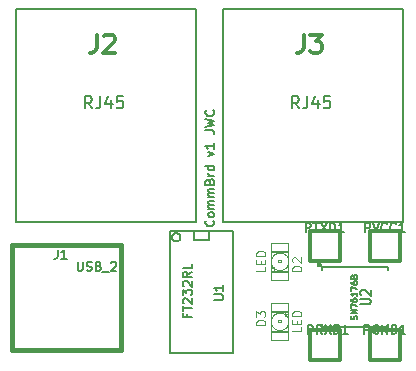
<source format=gto>
G04 (created by PCBNEW-RS274X (2011-07-08)-stable) date Wed 10 Aug 2011 06:35:13 PM EDT*
G01*
G70*
G90*
%MOIN*%
G04 Gerber Fmt 3.4, Leading zero omitted, Abs format*
%FSLAX34Y34*%
G04 APERTURE LIST*
%ADD10C,0.006000*%
%ADD11C,0.007500*%
%ADD12C,0.002600*%
%ADD13C,0.004000*%
%ADD14C,0.005000*%
%ADD15C,0.012500*%
%ADD16C,0.012000*%
%ADD17C,0.007000*%
%ADD18C,0.015000*%
%ADD19C,0.003500*%
%ADD20C,0.008000*%
G04 APERTURE END LIST*
G54D10*
G54D11*
X55993Y-40843D02*
X56007Y-40857D01*
X56021Y-40900D01*
X56021Y-40929D01*
X56007Y-40972D01*
X55979Y-41000D01*
X55950Y-41015D01*
X55893Y-41029D01*
X55850Y-41029D01*
X55793Y-41015D01*
X55764Y-41000D01*
X55736Y-40972D01*
X55721Y-40929D01*
X55721Y-40900D01*
X55736Y-40857D01*
X55750Y-40843D01*
X56021Y-40672D02*
X56007Y-40700D01*
X55993Y-40715D01*
X55964Y-40729D01*
X55879Y-40729D01*
X55850Y-40715D01*
X55836Y-40700D01*
X55821Y-40672D01*
X55821Y-40629D01*
X55836Y-40600D01*
X55850Y-40586D01*
X55879Y-40572D01*
X55964Y-40572D01*
X55993Y-40586D01*
X56007Y-40600D01*
X56021Y-40629D01*
X56021Y-40672D01*
X56021Y-40444D02*
X55821Y-40444D01*
X55850Y-40444D02*
X55836Y-40429D01*
X55821Y-40401D01*
X55821Y-40358D01*
X55836Y-40329D01*
X55864Y-40315D01*
X56021Y-40315D01*
X55864Y-40315D02*
X55836Y-40301D01*
X55821Y-40272D01*
X55821Y-40229D01*
X55836Y-40201D01*
X55864Y-40186D01*
X56021Y-40186D01*
X56021Y-40044D02*
X55821Y-40044D01*
X55850Y-40044D02*
X55836Y-40029D01*
X55821Y-40001D01*
X55821Y-39958D01*
X55836Y-39929D01*
X55864Y-39915D01*
X56021Y-39915D01*
X55864Y-39915D02*
X55836Y-39901D01*
X55821Y-39872D01*
X55821Y-39829D01*
X55836Y-39801D01*
X55864Y-39786D01*
X56021Y-39786D01*
X55864Y-39544D02*
X55879Y-39501D01*
X55893Y-39486D01*
X55921Y-39472D01*
X55964Y-39472D01*
X55993Y-39486D01*
X56007Y-39501D01*
X56021Y-39529D01*
X56021Y-39644D01*
X55721Y-39644D01*
X55721Y-39544D01*
X55736Y-39515D01*
X55750Y-39501D01*
X55779Y-39486D01*
X55807Y-39486D01*
X55836Y-39501D01*
X55850Y-39515D01*
X55864Y-39544D01*
X55864Y-39644D01*
X56021Y-39344D02*
X55821Y-39344D01*
X55879Y-39344D02*
X55850Y-39329D01*
X55836Y-39315D01*
X55821Y-39286D01*
X55821Y-39258D01*
X56021Y-39029D02*
X55721Y-39029D01*
X56007Y-39029D02*
X56021Y-39058D01*
X56021Y-39115D01*
X56007Y-39143D01*
X55993Y-39158D01*
X55964Y-39172D01*
X55879Y-39172D01*
X55850Y-39158D01*
X55836Y-39143D01*
X55821Y-39115D01*
X55821Y-39058D01*
X55836Y-39029D01*
X55821Y-38686D02*
X56021Y-38615D01*
X55821Y-38543D01*
X56021Y-38271D02*
X56021Y-38443D01*
X56021Y-38357D02*
X55721Y-38357D01*
X55764Y-38386D01*
X55793Y-38414D01*
X55807Y-38443D01*
X55721Y-37828D02*
X55936Y-37828D01*
X55979Y-37842D01*
X56007Y-37871D01*
X56021Y-37914D01*
X56021Y-37942D01*
X55721Y-37713D02*
X56021Y-37642D01*
X55807Y-37585D01*
X56021Y-37527D01*
X55721Y-37456D01*
X55993Y-37170D02*
X56007Y-37184D01*
X56021Y-37227D01*
X56021Y-37256D01*
X56007Y-37299D01*
X55979Y-37327D01*
X55950Y-37342D01*
X55893Y-37356D01*
X55850Y-37356D01*
X55793Y-37342D01*
X55764Y-37327D01*
X55736Y-37299D01*
X55721Y-37256D01*
X55721Y-37227D01*
X55736Y-37184D01*
X55750Y-37170D01*
G54D12*
X58161Y-42161D02*
X58161Y-42239D01*
X58161Y-42239D02*
X58239Y-42239D01*
X58239Y-42161D02*
X58239Y-42239D01*
X58161Y-42161D02*
X58239Y-42161D01*
X57925Y-42377D02*
X57925Y-42514D01*
X57925Y-42514D02*
X58023Y-42514D01*
X58023Y-42377D02*
X58023Y-42514D01*
X57925Y-42377D02*
X58023Y-42377D01*
X57925Y-42514D02*
X57925Y-42554D01*
X57925Y-42554D02*
X58396Y-42554D01*
X58396Y-42514D02*
X58396Y-42554D01*
X57925Y-42514D02*
X58396Y-42514D01*
X58416Y-42514D02*
X58416Y-42554D01*
X58416Y-42554D02*
X58475Y-42554D01*
X58475Y-42514D02*
X58475Y-42554D01*
X58416Y-42514D02*
X58475Y-42514D01*
X57925Y-41846D02*
X57925Y-41886D01*
X57925Y-41886D02*
X58396Y-41886D01*
X58396Y-41846D02*
X58396Y-41886D01*
X57925Y-41846D02*
X58396Y-41846D01*
X58416Y-41846D02*
X58416Y-41886D01*
X58416Y-41886D02*
X58475Y-41886D01*
X58475Y-41846D02*
X58475Y-41886D01*
X58416Y-41846D02*
X58475Y-41846D01*
X57925Y-42377D02*
X57925Y-42436D01*
X57925Y-42436D02*
X58023Y-42436D01*
X58023Y-42377D02*
X58023Y-42436D01*
X57925Y-42377D02*
X58023Y-42377D01*
G54D13*
X57905Y-42810D02*
X57905Y-41590D01*
X57905Y-41590D02*
X58495Y-41590D01*
X58495Y-41590D02*
X58495Y-42810D01*
X58495Y-42810D02*
X57905Y-42810D01*
X58004Y-41986D02*
X57986Y-42004D01*
X57970Y-42023D01*
X57955Y-42044D01*
X57943Y-42066D01*
X57932Y-42089D01*
X57923Y-42113D01*
X57917Y-42137D01*
X57912Y-42162D01*
X57910Y-42187D01*
X57910Y-42212D01*
X57912Y-42237D01*
X57916Y-42262D01*
X57923Y-42287D01*
X57931Y-42310D01*
X57942Y-42333D01*
X57955Y-42355D01*
X57969Y-42376D01*
X57986Y-42396D01*
X58004Y-42414D01*
X58005Y-42415D01*
X58395Y-41985D02*
X58376Y-41969D01*
X58355Y-41955D01*
X58333Y-41942D01*
X58310Y-41931D01*
X58286Y-41923D01*
X58261Y-41916D01*
X58236Y-41912D01*
X58211Y-41910D01*
X58187Y-41910D01*
X58162Y-41912D01*
X58137Y-41917D01*
X58112Y-41923D01*
X58088Y-41932D01*
X58065Y-41943D01*
X58043Y-41956D01*
X58023Y-41970D01*
X58005Y-41985D01*
X58396Y-42414D02*
X58414Y-42396D01*
X58430Y-42377D01*
X58445Y-42356D01*
X58457Y-42334D01*
X58468Y-42311D01*
X58477Y-42287D01*
X58483Y-42263D01*
X58488Y-42238D01*
X58490Y-42213D01*
X58490Y-42188D01*
X58488Y-42163D01*
X58484Y-42138D01*
X58477Y-42113D01*
X58469Y-42090D01*
X58458Y-42067D01*
X58445Y-42045D01*
X58431Y-42024D01*
X58414Y-42004D01*
X58396Y-41986D01*
X58395Y-41985D01*
X58005Y-42415D02*
X58024Y-42431D01*
X58045Y-42445D01*
X58067Y-42458D01*
X58090Y-42469D01*
X58114Y-42477D01*
X58139Y-42484D01*
X58164Y-42488D01*
X58189Y-42490D01*
X58213Y-42490D01*
X58238Y-42488D01*
X58263Y-42483D01*
X58288Y-42477D01*
X58312Y-42468D01*
X58335Y-42457D01*
X58357Y-42444D01*
X58377Y-42430D01*
X58395Y-42415D01*
G54D14*
X62300Y-33800D02*
X56300Y-33800D01*
X56300Y-33800D02*
X56300Y-40900D01*
X56300Y-40900D02*
X62300Y-40900D01*
X62300Y-40900D02*
X62300Y-33800D01*
X55400Y-33800D02*
X49400Y-33800D01*
X49400Y-33800D02*
X49400Y-40900D01*
X49400Y-40900D02*
X55400Y-40900D01*
X55400Y-40900D02*
X55400Y-33800D01*
G54D15*
X61200Y-42200D02*
X62200Y-42200D01*
X61200Y-41200D02*
X62200Y-41200D01*
G54D16*
X61200Y-42200D02*
X61200Y-41200D01*
X62200Y-41200D02*
X62200Y-42200D01*
G54D15*
X61200Y-45500D02*
X62200Y-45500D01*
X61200Y-44500D02*
X62200Y-44500D01*
G54D16*
X61200Y-45500D02*
X61200Y-44500D01*
X62200Y-44500D02*
X62200Y-45500D01*
G54D17*
X59573Y-42320D02*
X59571Y-42330D01*
X59569Y-42340D01*
X59564Y-42349D01*
X59557Y-42357D01*
X59549Y-42363D01*
X59540Y-42368D01*
X59530Y-42371D01*
X59520Y-42372D01*
X59511Y-42372D01*
X59501Y-42369D01*
X59491Y-42364D01*
X59483Y-42357D01*
X59477Y-42349D01*
X59472Y-42340D01*
X59469Y-42331D01*
X59468Y-42320D01*
X59468Y-42311D01*
X59471Y-42301D01*
X59476Y-42292D01*
X59482Y-42284D01*
X59490Y-42277D01*
X59499Y-42272D01*
X59509Y-42269D01*
X59519Y-42268D01*
X59529Y-42268D01*
X59539Y-42271D01*
X59548Y-42276D01*
X59556Y-42282D01*
X59563Y-42290D01*
X59568Y-42299D01*
X59571Y-42309D01*
X59572Y-42319D01*
X59573Y-42320D01*
G54D10*
X61800Y-42500D02*
X61800Y-42400D01*
X61800Y-42400D02*
X59600Y-42400D01*
X59600Y-42400D02*
X59600Y-42500D01*
X59600Y-44400D02*
X61800Y-44400D01*
X61800Y-44400D02*
X61800Y-44300D01*
X59600Y-44400D02*
X59600Y-44300D01*
G54D14*
X54891Y-41400D02*
X54888Y-41427D01*
X54880Y-41453D01*
X54867Y-41478D01*
X54850Y-41499D01*
X54828Y-41516D01*
X54804Y-41529D01*
X54778Y-41538D01*
X54750Y-41540D01*
X54724Y-41538D01*
X54698Y-41530D01*
X54673Y-41517D01*
X54652Y-41500D01*
X54634Y-41479D01*
X54621Y-41455D01*
X54613Y-41429D01*
X54610Y-41401D01*
X54612Y-41375D01*
X54619Y-41349D01*
X54632Y-41324D01*
X54649Y-41303D01*
X54670Y-41285D01*
X54694Y-41271D01*
X54720Y-41263D01*
X54748Y-41260D01*
X54774Y-41262D01*
X54800Y-41269D01*
X54825Y-41281D01*
X54847Y-41298D01*
X54865Y-41319D01*
X54878Y-41343D01*
X54887Y-41369D01*
X54890Y-41397D01*
X54891Y-41400D01*
X55850Y-41200D02*
X55850Y-41500D01*
X55850Y-41500D02*
X55350Y-41500D01*
X55350Y-41500D02*
X55350Y-41200D01*
X54550Y-45250D02*
X54550Y-41200D01*
X56650Y-41200D02*
X56650Y-45250D01*
X56650Y-41200D02*
X54550Y-41200D01*
X56650Y-45250D02*
X54550Y-45250D01*
G54D18*
X49480Y-41650D02*
X49285Y-41650D01*
X49285Y-41650D02*
X49285Y-45150D01*
X49285Y-45150D02*
X49355Y-45150D01*
X49355Y-45150D02*
X49415Y-45150D01*
X49600Y-45150D02*
X49400Y-45150D01*
X49390Y-45150D02*
X49360Y-45150D01*
X49390Y-41650D02*
X49360Y-41650D01*
X49360Y-45150D02*
X52900Y-45150D01*
X49600Y-41650D02*
X49400Y-41650D01*
X52900Y-41650D02*
X49600Y-41650D01*
X52900Y-43400D02*
X52900Y-41650D01*
X52900Y-43400D02*
X52900Y-45150D01*
G54D12*
X58239Y-44239D02*
X58239Y-44161D01*
X58239Y-44161D02*
X58161Y-44161D01*
X58161Y-44239D02*
X58161Y-44161D01*
X58239Y-44239D02*
X58161Y-44239D01*
X58475Y-44023D02*
X58475Y-43886D01*
X58475Y-43886D02*
X58377Y-43886D01*
X58377Y-44023D02*
X58377Y-43886D01*
X58475Y-44023D02*
X58377Y-44023D01*
X58475Y-43886D02*
X58475Y-43846D01*
X58475Y-43846D02*
X58004Y-43846D01*
X58004Y-43886D02*
X58004Y-43846D01*
X58475Y-43886D02*
X58004Y-43886D01*
X57984Y-43886D02*
X57984Y-43846D01*
X57984Y-43846D02*
X57925Y-43846D01*
X57925Y-43886D02*
X57925Y-43846D01*
X57984Y-43886D02*
X57925Y-43886D01*
X58475Y-44554D02*
X58475Y-44514D01*
X58475Y-44514D02*
X58004Y-44514D01*
X58004Y-44554D02*
X58004Y-44514D01*
X58475Y-44554D02*
X58004Y-44554D01*
X57984Y-44554D02*
X57984Y-44514D01*
X57984Y-44514D02*
X57925Y-44514D01*
X57925Y-44554D02*
X57925Y-44514D01*
X57984Y-44554D02*
X57925Y-44554D01*
X58475Y-44023D02*
X58475Y-43964D01*
X58475Y-43964D02*
X58377Y-43964D01*
X58377Y-44023D02*
X58377Y-43964D01*
X58475Y-44023D02*
X58377Y-44023D01*
G54D13*
X58495Y-43590D02*
X58495Y-44810D01*
X58495Y-44810D02*
X57905Y-44810D01*
X57905Y-44810D02*
X57905Y-43590D01*
X57905Y-43590D02*
X58495Y-43590D01*
X58396Y-44414D02*
X58414Y-44396D01*
X58430Y-44377D01*
X58445Y-44356D01*
X58457Y-44334D01*
X58468Y-44311D01*
X58477Y-44287D01*
X58483Y-44263D01*
X58488Y-44238D01*
X58490Y-44213D01*
X58490Y-44188D01*
X58488Y-44163D01*
X58484Y-44138D01*
X58477Y-44113D01*
X58469Y-44090D01*
X58458Y-44067D01*
X58445Y-44045D01*
X58431Y-44024D01*
X58414Y-44004D01*
X58396Y-43986D01*
X58395Y-43985D01*
X58005Y-44415D02*
X58024Y-44431D01*
X58045Y-44445D01*
X58067Y-44458D01*
X58090Y-44469D01*
X58114Y-44477D01*
X58139Y-44484D01*
X58164Y-44488D01*
X58189Y-44490D01*
X58213Y-44490D01*
X58238Y-44488D01*
X58263Y-44483D01*
X58288Y-44477D01*
X58312Y-44468D01*
X58335Y-44457D01*
X58357Y-44444D01*
X58377Y-44430D01*
X58395Y-44415D01*
X58004Y-43986D02*
X57986Y-44004D01*
X57970Y-44023D01*
X57955Y-44044D01*
X57943Y-44066D01*
X57932Y-44089D01*
X57923Y-44113D01*
X57917Y-44137D01*
X57912Y-44162D01*
X57910Y-44187D01*
X57910Y-44212D01*
X57912Y-44237D01*
X57916Y-44262D01*
X57923Y-44287D01*
X57931Y-44310D01*
X57942Y-44333D01*
X57955Y-44355D01*
X57969Y-44376D01*
X57986Y-44396D01*
X58004Y-44414D01*
X58005Y-44415D01*
X58395Y-43985D02*
X58376Y-43969D01*
X58355Y-43955D01*
X58333Y-43942D01*
X58310Y-43931D01*
X58286Y-43923D01*
X58261Y-43916D01*
X58236Y-43912D01*
X58211Y-43910D01*
X58187Y-43910D01*
X58162Y-43912D01*
X58137Y-43917D01*
X58112Y-43923D01*
X58088Y-43932D01*
X58065Y-43943D01*
X58043Y-43956D01*
X58023Y-43970D01*
X58005Y-43985D01*
G54D15*
X59200Y-42200D02*
X60200Y-42200D01*
X59200Y-41200D02*
X60200Y-41200D01*
G54D16*
X59200Y-42200D02*
X59200Y-41200D01*
X60200Y-41200D02*
X60200Y-42200D01*
G54D15*
X59200Y-45500D02*
X60200Y-45500D01*
X59200Y-44500D02*
X60200Y-44500D01*
G54D16*
X59200Y-45500D02*
X59200Y-44500D01*
X60200Y-44500D02*
X60200Y-45500D01*
G54D19*
X58921Y-42522D02*
X58621Y-42522D01*
X58621Y-42450D01*
X58636Y-42407D01*
X58664Y-42379D01*
X58693Y-42364D01*
X58750Y-42350D01*
X58793Y-42350D01*
X58850Y-42364D01*
X58879Y-42379D01*
X58907Y-42407D01*
X58921Y-42450D01*
X58921Y-42522D01*
X58650Y-42236D02*
X58636Y-42222D01*
X58621Y-42193D01*
X58621Y-42122D01*
X58636Y-42093D01*
X58650Y-42079D01*
X58679Y-42064D01*
X58707Y-42064D01*
X58750Y-42079D01*
X58921Y-42250D01*
X58921Y-42064D01*
X57721Y-42393D02*
X57721Y-42536D01*
X57421Y-42536D01*
X57564Y-42293D02*
X57564Y-42193D01*
X57721Y-42150D02*
X57721Y-42293D01*
X57421Y-42293D01*
X57421Y-42150D01*
X57721Y-42022D02*
X57421Y-42022D01*
X57421Y-41950D01*
X57436Y-41907D01*
X57464Y-41879D01*
X57493Y-41864D01*
X57550Y-41850D01*
X57593Y-41850D01*
X57650Y-41864D01*
X57679Y-41879D01*
X57707Y-41907D01*
X57721Y-41950D01*
X57721Y-42022D01*
G54D16*
X59000Y-34643D02*
X59000Y-35071D01*
X58972Y-35157D01*
X58915Y-35214D01*
X58829Y-35243D01*
X58772Y-35243D01*
X59229Y-34643D02*
X59600Y-34643D01*
X59400Y-34871D01*
X59486Y-34871D01*
X59543Y-34900D01*
X59572Y-34929D01*
X59600Y-34986D01*
X59600Y-35129D01*
X59572Y-35186D01*
X59543Y-35214D01*
X59486Y-35243D01*
X59314Y-35243D01*
X59257Y-35214D01*
X59229Y-35186D01*
G54D20*
X58841Y-37099D02*
X58710Y-36912D01*
X58616Y-37099D02*
X58616Y-36705D01*
X58766Y-36705D01*
X58803Y-36724D01*
X58822Y-36743D01*
X58841Y-36781D01*
X58841Y-36837D01*
X58822Y-36874D01*
X58803Y-36893D01*
X58766Y-36912D01*
X58616Y-36912D01*
X59122Y-36705D02*
X59122Y-36987D01*
X59104Y-37043D01*
X59066Y-37081D01*
X59010Y-37099D01*
X58972Y-37099D01*
X59479Y-36837D02*
X59479Y-37099D01*
X59385Y-36687D02*
X59291Y-36968D01*
X59535Y-36968D01*
X59872Y-36705D02*
X59685Y-36705D01*
X59666Y-36893D01*
X59685Y-36874D01*
X59722Y-36856D01*
X59816Y-36856D01*
X59854Y-36874D01*
X59872Y-36893D01*
X59891Y-36931D01*
X59891Y-37024D01*
X59872Y-37062D01*
X59854Y-37081D01*
X59816Y-37099D01*
X59722Y-37099D01*
X59685Y-37081D01*
X59666Y-37062D01*
G54D16*
X52100Y-34643D02*
X52100Y-35071D01*
X52072Y-35157D01*
X52015Y-35214D01*
X51929Y-35243D01*
X51872Y-35243D01*
X52357Y-34700D02*
X52386Y-34671D01*
X52443Y-34643D01*
X52586Y-34643D01*
X52643Y-34671D01*
X52672Y-34700D01*
X52700Y-34757D01*
X52700Y-34814D01*
X52672Y-34900D01*
X52329Y-35243D01*
X52700Y-35243D01*
G54D20*
X51941Y-37099D02*
X51810Y-36912D01*
X51716Y-37099D02*
X51716Y-36705D01*
X51866Y-36705D01*
X51903Y-36724D01*
X51922Y-36743D01*
X51941Y-36781D01*
X51941Y-36837D01*
X51922Y-36874D01*
X51903Y-36893D01*
X51866Y-36912D01*
X51716Y-36912D01*
X52222Y-36705D02*
X52222Y-36987D01*
X52204Y-37043D01*
X52166Y-37081D01*
X52110Y-37099D01*
X52072Y-37099D01*
X52579Y-36837D02*
X52579Y-37099D01*
X52485Y-36687D02*
X52391Y-36968D01*
X52635Y-36968D01*
X52972Y-36705D02*
X52785Y-36705D01*
X52766Y-36893D01*
X52785Y-36874D01*
X52822Y-36856D01*
X52916Y-36856D01*
X52954Y-36874D01*
X52972Y-36893D01*
X52991Y-36931D01*
X52991Y-37024D01*
X52972Y-37062D01*
X52954Y-37081D01*
X52916Y-37099D01*
X52822Y-37099D01*
X52785Y-37081D01*
X52766Y-37062D01*
G54D11*
X61050Y-41221D02*
X61050Y-40921D01*
X61165Y-40921D01*
X61193Y-40936D01*
X61208Y-40950D01*
X61222Y-40979D01*
X61222Y-41021D01*
X61208Y-41050D01*
X61193Y-41064D01*
X61165Y-41079D01*
X61050Y-41079D01*
X61308Y-40921D02*
X61408Y-41221D01*
X61508Y-40921D01*
X61779Y-41193D02*
X61765Y-41207D01*
X61722Y-41221D01*
X61693Y-41221D01*
X61650Y-41207D01*
X61622Y-41179D01*
X61607Y-41150D01*
X61593Y-41093D01*
X61593Y-41050D01*
X61607Y-40993D01*
X61622Y-40964D01*
X61650Y-40936D01*
X61693Y-40921D01*
X61722Y-40921D01*
X61765Y-40936D01*
X61779Y-40950D01*
X62079Y-41193D02*
X62065Y-41207D01*
X62022Y-41221D01*
X61993Y-41221D01*
X61950Y-41207D01*
X61922Y-41179D01*
X61907Y-41150D01*
X61893Y-41093D01*
X61893Y-41050D01*
X61907Y-40993D01*
X61922Y-40964D01*
X61950Y-40936D01*
X61993Y-40921D01*
X62022Y-40921D01*
X62065Y-40936D01*
X62079Y-40950D01*
X62365Y-41221D02*
X62193Y-41221D01*
X62279Y-41221D02*
X62279Y-40921D01*
X62250Y-40964D01*
X62222Y-40993D01*
X62193Y-41007D01*
X61021Y-44621D02*
X61021Y-44321D01*
X61136Y-44321D01*
X61164Y-44336D01*
X61179Y-44350D01*
X61193Y-44379D01*
X61193Y-44421D01*
X61179Y-44450D01*
X61164Y-44464D01*
X61136Y-44479D01*
X61021Y-44479D01*
X61479Y-44336D02*
X61450Y-44321D01*
X61407Y-44321D01*
X61364Y-44336D01*
X61336Y-44364D01*
X61321Y-44393D01*
X61307Y-44450D01*
X61307Y-44493D01*
X61321Y-44550D01*
X61336Y-44579D01*
X61364Y-44607D01*
X61407Y-44621D01*
X61436Y-44621D01*
X61479Y-44607D01*
X61493Y-44593D01*
X61493Y-44493D01*
X61436Y-44493D01*
X61621Y-44621D02*
X61621Y-44321D01*
X61793Y-44621D01*
X61793Y-44321D01*
X61935Y-44621D02*
X61935Y-44321D01*
X62007Y-44321D01*
X62050Y-44336D01*
X62078Y-44364D01*
X62093Y-44393D01*
X62107Y-44450D01*
X62107Y-44493D01*
X62093Y-44550D01*
X62078Y-44579D01*
X62050Y-44607D01*
X62007Y-44621D01*
X61935Y-44621D01*
X62393Y-44621D02*
X62221Y-44621D01*
X62307Y-44621D02*
X62307Y-44321D01*
X62278Y-44364D01*
X62250Y-44393D01*
X62221Y-44407D01*
G54D10*
X60892Y-43629D02*
X61175Y-43629D01*
X61208Y-43614D01*
X61225Y-43600D01*
X61242Y-43571D01*
X61242Y-43514D01*
X61225Y-43486D01*
X61208Y-43471D01*
X61175Y-43457D01*
X60892Y-43457D01*
X60925Y-43329D02*
X60908Y-43315D01*
X60892Y-43286D01*
X60892Y-43215D01*
X60908Y-43186D01*
X60925Y-43172D01*
X60958Y-43157D01*
X60992Y-43157D01*
X61042Y-43172D01*
X61242Y-43343D01*
X61242Y-43157D01*
G54D14*
X60771Y-44137D02*
X60781Y-44108D01*
X60781Y-44061D01*
X60771Y-44042D01*
X60762Y-44032D01*
X60743Y-44023D01*
X60724Y-44023D01*
X60705Y-44032D01*
X60695Y-44042D01*
X60686Y-44061D01*
X60676Y-44099D01*
X60667Y-44118D01*
X60657Y-44127D01*
X60638Y-44137D01*
X60619Y-44137D01*
X60600Y-44127D01*
X60590Y-44118D01*
X60581Y-44099D01*
X60581Y-44051D01*
X60590Y-44023D01*
X60781Y-43937D02*
X60581Y-43937D01*
X60781Y-43823D01*
X60581Y-43823D01*
X60581Y-43746D02*
X60581Y-43613D01*
X60781Y-43699D01*
X60581Y-43442D02*
X60581Y-43537D01*
X60676Y-43547D01*
X60667Y-43537D01*
X60657Y-43518D01*
X60657Y-43471D01*
X60667Y-43452D01*
X60676Y-43442D01*
X60695Y-43433D01*
X60743Y-43433D01*
X60762Y-43442D01*
X60771Y-43452D01*
X60781Y-43471D01*
X60781Y-43518D01*
X60771Y-43537D01*
X60762Y-43547D01*
X60781Y-43243D02*
X60781Y-43357D01*
X60781Y-43300D02*
X60581Y-43300D01*
X60610Y-43319D01*
X60629Y-43338D01*
X60638Y-43357D01*
X60581Y-43176D02*
X60581Y-43043D01*
X60781Y-43129D01*
X60581Y-42882D02*
X60581Y-42920D01*
X60590Y-42939D01*
X60600Y-42948D01*
X60629Y-42967D01*
X60667Y-42977D01*
X60743Y-42977D01*
X60762Y-42967D01*
X60771Y-42958D01*
X60781Y-42939D01*
X60781Y-42901D01*
X60771Y-42882D01*
X60762Y-42872D01*
X60743Y-42863D01*
X60695Y-42863D01*
X60676Y-42872D01*
X60667Y-42882D01*
X60657Y-42901D01*
X60657Y-42939D01*
X60667Y-42958D01*
X60676Y-42967D01*
X60695Y-42977D01*
X60676Y-42711D02*
X60686Y-42682D01*
X60695Y-42673D01*
X60714Y-42663D01*
X60743Y-42663D01*
X60762Y-42673D01*
X60771Y-42682D01*
X60781Y-42701D01*
X60781Y-42777D01*
X60581Y-42777D01*
X60581Y-42711D01*
X60590Y-42692D01*
X60600Y-42682D01*
X60619Y-42673D01*
X60638Y-42673D01*
X60657Y-42682D01*
X60667Y-42692D01*
X60676Y-42711D01*
X60676Y-42777D01*
X56021Y-43479D02*
X56264Y-43479D01*
X56293Y-43464D01*
X56307Y-43450D01*
X56321Y-43421D01*
X56321Y-43364D01*
X56307Y-43336D01*
X56293Y-43321D01*
X56264Y-43307D01*
X56021Y-43307D01*
X56321Y-43007D02*
X56321Y-43179D01*
X56321Y-43093D02*
X56021Y-43093D01*
X56064Y-43122D01*
X56093Y-43150D01*
X56107Y-43179D01*
X55114Y-43972D02*
X55114Y-44072D01*
X55271Y-44072D02*
X54971Y-44072D01*
X54971Y-43929D01*
X54971Y-43857D02*
X54971Y-43686D01*
X55271Y-43772D02*
X54971Y-43772D01*
X55000Y-43600D02*
X54986Y-43586D01*
X54971Y-43557D01*
X54971Y-43486D01*
X54986Y-43457D01*
X55000Y-43443D01*
X55029Y-43428D01*
X55057Y-43428D01*
X55100Y-43443D01*
X55271Y-43614D01*
X55271Y-43428D01*
X54971Y-43328D02*
X54971Y-43142D01*
X55086Y-43242D01*
X55086Y-43200D01*
X55100Y-43171D01*
X55114Y-43157D01*
X55143Y-43142D01*
X55214Y-43142D01*
X55243Y-43157D01*
X55257Y-43171D01*
X55271Y-43200D01*
X55271Y-43285D01*
X55257Y-43314D01*
X55243Y-43328D01*
X55000Y-43028D02*
X54986Y-43014D01*
X54971Y-42985D01*
X54971Y-42914D01*
X54986Y-42885D01*
X55000Y-42871D01*
X55029Y-42856D01*
X55057Y-42856D01*
X55100Y-42871D01*
X55271Y-43042D01*
X55271Y-42856D01*
X55271Y-42556D02*
X55129Y-42656D01*
X55271Y-42728D02*
X54971Y-42728D01*
X54971Y-42613D01*
X54986Y-42585D01*
X55000Y-42570D01*
X55029Y-42556D01*
X55071Y-42556D01*
X55100Y-42570D01*
X55114Y-42585D01*
X55129Y-42613D01*
X55129Y-42728D01*
X55271Y-42285D02*
X55271Y-42428D01*
X54971Y-42428D01*
G54D11*
X50800Y-41821D02*
X50800Y-42036D01*
X50786Y-42079D01*
X50757Y-42107D01*
X50714Y-42121D01*
X50686Y-42121D01*
X51101Y-42121D02*
X50929Y-42121D01*
X51015Y-42121D02*
X51015Y-41821D01*
X50986Y-41864D01*
X50958Y-41893D01*
X50929Y-41907D01*
X51464Y-42221D02*
X51464Y-42464D01*
X51479Y-42493D01*
X51493Y-42507D01*
X51522Y-42521D01*
X51579Y-42521D01*
X51607Y-42507D01*
X51622Y-42493D01*
X51636Y-42464D01*
X51636Y-42221D01*
X51764Y-42507D02*
X51807Y-42521D01*
X51878Y-42521D01*
X51907Y-42507D01*
X51921Y-42493D01*
X51936Y-42464D01*
X51936Y-42436D01*
X51921Y-42407D01*
X51907Y-42393D01*
X51878Y-42379D01*
X51821Y-42364D01*
X51793Y-42350D01*
X51778Y-42336D01*
X51764Y-42307D01*
X51764Y-42279D01*
X51778Y-42250D01*
X51793Y-42236D01*
X51821Y-42221D01*
X51893Y-42221D01*
X51936Y-42236D01*
X52164Y-42364D02*
X52207Y-42379D01*
X52222Y-42393D01*
X52236Y-42421D01*
X52236Y-42464D01*
X52222Y-42493D01*
X52207Y-42507D01*
X52179Y-42521D01*
X52064Y-42521D01*
X52064Y-42221D01*
X52164Y-42221D01*
X52193Y-42236D01*
X52207Y-42250D01*
X52222Y-42279D01*
X52222Y-42307D01*
X52207Y-42336D01*
X52193Y-42350D01*
X52164Y-42364D01*
X52064Y-42364D01*
X52293Y-42550D02*
X52522Y-42550D01*
X52579Y-42250D02*
X52593Y-42236D01*
X52622Y-42221D01*
X52693Y-42221D01*
X52722Y-42236D01*
X52736Y-42250D01*
X52751Y-42279D01*
X52751Y-42307D01*
X52736Y-42350D01*
X52565Y-42521D01*
X52751Y-42521D01*
G54D19*
X57721Y-44322D02*
X57421Y-44322D01*
X57421Y-44250D01*
X57436Y-44207D01*
X57464Y-44179D01*
X57493Y-44164D01*
X57550Y-44150D01*
X57593Y-44150D01*
X57650Y-44164D01*
X57679Y-44179D01*
X57707Y-44207D01*
X57721Y-44250D01*
X57721Y-44322D01*
X57421Y-44050D02*
X57421Y-43864D01*
X57536Y-43964D01*
X57536Y-43922D01*
X57550Y-43893D01*
X57564Y-43879D01*
X57593Y-43864D01*
X57664Y-43864D01*
X57693Y-43879D01*
X57707Y-43893D01*
X57721Y-43922D01*
X57721Y-44007D01*
X57707Y-44036D01*
X57693Y-44050D01*
X58921Y-44393D02*
X58921Y-44536D01*
X58621Y-44536D01*
X58764Y-44293D02*
X58764Y-44193D01*
X58921Y-44150D02*
X58921Y-44293D01*
X58621Y-44293D01*
X58621Y-44150D01*
X58921Y-44022D02*
X58621Y-44022D01*
X58621Y-43950D01*
X58636Y-43907D01*
X58664Y-43879D01*
X58693Y-43864D01*
X58750Y-43850D01*
X58793Y-43850D01*
X58850Y-43864D01*
X58879Y-43879D01*
X58907Y-43907D01*
X58921Y-43950D01*
X58921Y-44022D01*
G54D11*
X59071Y-41221D02*
X59071Y-40921D01*
X59186Y-40921D01*
X59214Y-40936D01*
X59229Y-40950D01*
X59243Y-40979D01*
X59243Y-41021D01*
X59229Y-41050D01*
X59214Y-41064D01*
X59186Y-41079D01*
X59071Y-41079D01*
X59329Y-40921D02*
X59500Y-40921D01*
X59414Y-41221D02*
X59414Y-40921D01*
X59572Y-40921D02*
X59772Y-41221D01*
X59772Y-40921D02*
X59572Y-41221D01*
X59886Y-41221D02*
X59886Y-40921D01*
X59958Y-40921D01*
X60001Y-40936D01*
X60029Y-40964D01*
X60044Y-40993D01*
X60058Y-41050D01*
X60058Y-41093D01*
X60044Y-41150D01*
X60029Y-41179D01*
X60001Y-41207D01*
X59958Y-41221D01*
X59886Y-41221D01*
X60344Y-41221D02*
X60172Y-41221D01*
X60258Y-41221D02*
X60258Y-40921D01*
X60229Y-40964D01*
X60201Y-40993D01*
X60172Y-41007D01*
X59135Y-44621D02*
X59135Y-44321D01*
X59250Y-44321D01*
X59278Y-44336D01*
X59293Y-44350D01*
X59307Y-44379D01*
X59307Y-44421D01*
X59293Y-44450D01*
X59278Y-44464D01*
X59250Y-44479D01*
X59135Y-44479D01*
X59607Y-44621D02*
X59507Y-44479D01*
X59435Y-44621D02*
X59435Y-44321D01*
X59550Y-44321D01*
X59578Y-44336D01*
X59593Y-44350D01*
X59607Y-44379D01*
X59607Y-44421D01*
X59593Y-44450D01*
X59578Y-44464D01*
X59550Y-44479D01*
X59435Y-44479D01*
X59707Y-44321D02*
X59907Y-44621D01*
X59907Y-44321D02*
X59707Y-44621D01*
X60021Y-44621D02*
X60021Y-44321D01*
X60093Y-44321D01*
X60136Y-44336D01*
X60164Y-44364D01*
X60179Y-44393D01*
X60193Y-44450D01*
X60193Y-44493D01*
X60179Y-44550D01*
X60164Y-44579D01*
X60136Y-44607D01*
X60093Y-44621D01*
X60021Y-44621D01*
X60479Y-44621D02*
X60307Y-44621D01*
X60393Y-44621D02*
X60393Y-44321D01*
X60364Y-44364D01*
X60336Y-44393D01*
X60307Y-44407D01*
M02*

</source>
